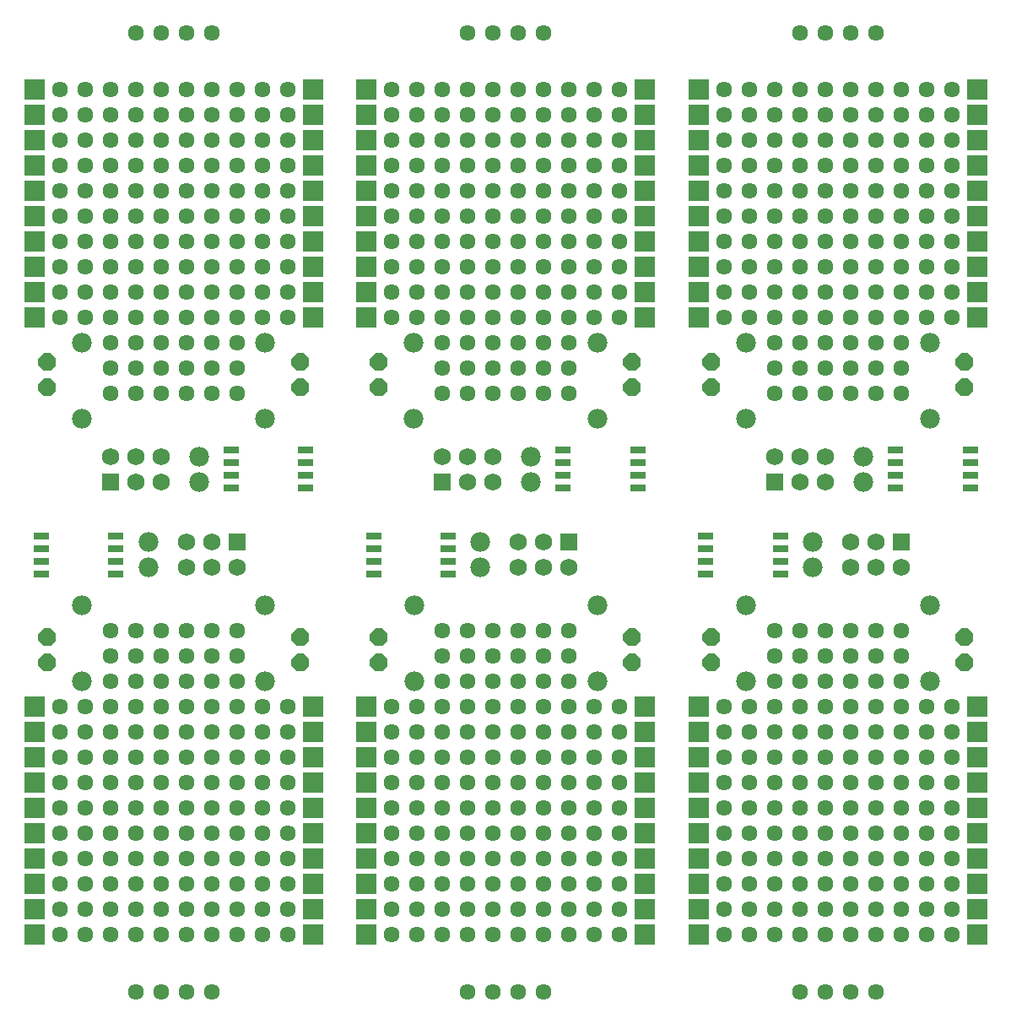
<source format=gbr>
G04 EAGLE Gerber RS-274X export*
G75*
%MOMM*%
%FSLAX34Y34*%
%LPD*%
%AMOC8*
5,1,8,0,0,1.08239X$1,22.5*%
G01*
%ADD10R,1.601600X0.701600*%
%ADD11C,1.981200*%
%ADD12R,2.032000X2.032000*%
%ADD13R,1.751600X1.751600*%
%ADD14C,1.751600*%
%ADD15P,1.924489X8X112.500000*%
%ADD16C,1.609600*%
%ADD17P,1.924489X8X292.500000*%


D10*
X632650Y524131D03*
X632650Y536831D03*
X632650Y549531D03*
X632650Y562231D03*
X557650Y562231D03*
X557650Y549531D03*
X557650Y536831D03*
X557650Y524131D03*
D11*
X591975Y593600D03*
X591975Y669800D03*
X407825Y593600D03*
X407825Y669800D03*
D12*
X360200Y695200D03*
X360200Y720600D03*
X360200Y746000D03*
X360200Y771400D03*
X360200Y796800D03*
X360200Y822200D03*
X360200Y847600D03*
X360200Y873000D03*
X360200Y898400D03*
X360200Y923800D03*
X639600Y695200D03*
X639600Y720600D03*
X639600Y746000D03*
X639600Y771400D03*
X639600Y796800D03*
X639600Y822200D03*
X639600Y847600D03*
X639600Y873000D03*
X639600Y898400D03*
X639600Y923800D03*
D13*
X436400Y530100D03*
D14*
X461800Y530100D03*
X487200Y530100D03*
X436400Y555500D03*
X461800Y555500D03*
X487200Y555500D03*
D15*
X626900Y625350D03*
X626900Y650750D03*
X372900Y625350D03*
X372900Y650750D03*
D16*
X614200Y771400D03*
X614200Y796800D03*
X614200Y822200D03*
X614200Y847600D03*
X614200Y873000D03*
X614200Y898400D03*
X614200Y923800D03*
X588800Y847600D03*
X588800Y771400D03*
X588800Y873000D03*
X588800Y796800D03*
X588800Y898400D03*
X588800Y822200D03*
X588800Y923800D03*
X563400Y771400D03*
X538000Y771400D03*
X563400Y898400D03*
X563400Y796800D03*
X538000Y796800D03*
X563400Y923800D03*
X563400Y822200D03*
X538000Y822200D03*
X538000Y898400D03*
X563400Y847600D03*
X538000Y847600D03*
X538000Y923800D03*
X563400Y873000D03*
X538000Y873000D03*
X512600Y771400D03*
X487200Y771400D03*
X461800Y771400D03*
X436400Y771400D03*
X512600Y796800D03*
X487200Y796800D03*
X461800Y796800D03*
X436400Y796800D03*
X512600Y822200D03*
X487200Y822200D03*
X461800Y822200D03*
X436400Y822200D03*
X512600Y847600D03*
X487200Y847600D03*
X461800Y847600D03*
X436400Y847600D03*
X512600Y873000D03*
X487200Y873000D03*
X461800Y873000D03*
X436400Y873000D03*
X512600Y898400D03*
X487200Y898400D03*
X461800Y898400D03*
X436400Y898400D03*
X512600Y923800D03*
X487200Y923800D03*
X461800Y923800D03*
X436400Y923800D03*
X411000Y771400D03*
X385600Y771400D03*
X411000Y898400D03*
X411000Y796800D03*
X385600Y796800D03*
X411000Y923800D03*
X411000Y822200D03*
X385600Y822200D03*
X385600Y898400D03*
X411000Y847600D03*
X385600Y847600D03*
X385600Y923800D03*
X411000Y873000D03*
X385600Y873000D03*
X538000Y980950D03*
X461800Y980950D03*
X487200Y980950D03*
X512600Y980950D03*
X436400Y619000D03*
X436400Y644400D03*
X436400Y669800D03*
X461800Y619000D03*
X461800Y644400D03*
X461800Y669800D03*
X487200Y619000D03*
X487200Y669800D03*
X487200Y644400D03*
X512600Y619000D03*
X512600Y669800D03*
X512600Y644400D03*
X538000Y644400D03*
X538000Y619000D03*
X538000Y669800D03*
X563400Y644400D03*
X563400Y619000D03*
X563400Y669800D03*
X614200Y746000D03*
X614200Y720600D03*
X614200Y695200D03*
X436400Y695200D03*
X588800Y746000D03*
X588800Y720600D03*
X588800Y695200D03*
X411000Y695200D03*
X563400Y746000D03*
X563400Y720600D03*
X563400Y695200D03*
X385600Y695200D03*
X538000Y746000D03*
X538000Y720600D03*
X538000Y695200D03*
X411000Y720600D03*
X512600Y746000D03*
X512600Y720600D03*
X512600Y695200D03*
X385600Y720600D03*
X487200Y746000D03*
X487200Y720600D03*
X487200Y695200D03*
X411000Y746000D03*
X461800Y746000D03*
X461800Y720600D03*
X461800Y695200D03*
X385600Y746000D03*
X436400Y746000D03*
X436400Y720600D03*
D11*
X525300Y555500D03*
X525300Y530100D03*
D10*
X367250Y475869D03*
X367250Y463169D03*
X367250Y450469D03*
X367250Y437769D03*
X442250Y437769D03*
X442250Y450469D03*
X442250Y463169D03*
X442250Y475869D03*
D11*
X407925Y406400D03*
X407925Y330200D03*
X592075Y406400D03*
X592075Y330200D03*
D12*
X639700Y304800D03*
X639700Y279400D03*
X639700Y254000D03*
X639700Y228600D03*
X639700Y203200D03*
X639700Y177800D03*
X639700Y152400D03*
X639700Y127000D03*
X639700Y101600D03*
X639700Y76200D03*
X360300Y304800D03*
X360300Y279400D03*
X360300Y254000D03*
X360300Y228600D03*
X360300Y203200D03*
X360300Y177800D03*
X360300Y152400D03*
X360300Y127000D03*
X360300Y101600D03*
X360300Y76200D03*
D13*
X563500Y469900D03*
D14*
X538100Y469900D03*
X512700Y469900D03*
X563500Y444500D03*
X538100Y444500D03*
X512700Y444500D03*
D17*
X373000Y374650D03*
X373000Y349250D03*
X627000Y374650D03*
X627000Y349250D03*
D16*
X385700Y228600D03*
X385700Y203200D03*
X385700Y177800D03*
X385700Y152400D03*
X385700Y127000D03*
X385700Y101600D03*
X385700Y76200D03*
X411100Y152400D03*
X411100Y228600D03*
X411100Y127000D03*
X411100Y203200D03*
X411100Y101600D03*
X411100Y177800D03*
X411100Y76200D03*
X436500Y228600D03*
X461900Y228600D03*
X436500Y101600D03*
X436500Y203200D03*
X461900Y203200D03*
X436500Y76200D03*
X436500Y177800D03*
X461900Y177800D03*
X461900Y101600D03*
X436500Y152400D03*
X461900Y152400D03*
X461900Y76200D03*
X436500Y127000D03*
X461900Y127000D03*
X487300Y228600D03*
X512700Y228600D03*
X538100Y228600D03*
X563500Y228600D03*
X487300Y203200D03*
X512700Y203200D03*
X538100Y203200D03*
X563500Y203200D03*
X487300Y177800D03*
X512700Y177800D03*
X538100Y177800D03*
X563500Y177800D03*
X487300Y152400D03*
X512700Y152400D03*
X538100Y152400D03*
X563500Y152400D03*
X487300Y127000D03*
X512700Y127000D03*
X538100Y127000D03*
X563500Y127000D03*
X487300Y101600D03*
X512700Y101600D03*
X538100Y101600D03*
X563500Y101600D03*
X487300Y76200D03*
X512700Y76200D03*
X538100Y76200D03*
X563500Y76200D03*
X588900Y228600D03*
X614300Y228600D03*
X588900Y101600D03*
X588900Y203200D03*
X614300Y203200D03*
X588900Y76200D03*
X588900Y177800D03*
X614300Y177800D03*
X614300Y101600D03*
X588900Y152400D03*
X614300Y152400D03*
X614300Y76200D03*
X588900Y127000D03*
X614300Y127000D03*
X461900Y19050D03*
X538100Y19050D03*
X512700Y19050D03*
X487300Y19050D03*
X563500Y381000D03*
X563500Y355600D03*
X563500Y330200D03*
X538100Y381000D03*
X538100Y355600D03*
X538100Y330200D03*
X512700Y381000D03*
X512700Y330200D03*
X512700Y355600D03*
X487300Y381000D03*
X487300Y330200D03*
X487300Y355600D03*
X461900Y355600D03*
X461900Y381000D03*
X461900Y330200D03*
X436500Y355600D03*
X436500Y381000D03*
X436500Y330200D03*
X385700Y254000D03*
X385700Y279400D03*
X385700Y304800D03*
X563500Y304800D03*
X411100Y254000D03*
X411100Y279400D03*
X411100Y304800D03*
X588900Y304800D03*
X436500Y254000D03*
X436500Y279400D03*
X436500Y304800D03*
X614300Y304800D03*
X461900Y254000D03*
X461900Y279400D03*
X461900Y304800D03*
X588900Y279400D03*
X487300Y254000D03*
X487300Y279400D03*
X487300Y304800D03*
X614300Y279400D03*
X512700Y254000D03*
X512700Y279400D03*
X512700Y304800D03*
X588900Y254000D03*
X538100Y254000D03*
X538100Y279400D03*
X538100Y304800D03*
X614300Y254000D03*
X563500Y254000D03*
X563500Y279400D03*
D11*
X474600Y444500D03*
X474600Y469900D03*
D10*
X700550Y475869D03*
X700550Y463169D03*
X700550Y450469D03*
X700550Y437769D03*
X775550Y437769D03*
X775550Y450469D03*
X775550Y463169D03*
X775550Y475869D03*
D11*
X741225Y406400D03*
X741225Y330200D03*
X925375Y406400D03*
X925375Y330200D03*
D12*
X973000Y304800D03*
X973000Y279400D03*
X973000Y254000D03*
X973000Y228600D03*
X973000Y203200D03*
X973000Y177800D03*
X973000Y152400D03*
X973000Y127000D03*
X973000Y101600D03*
X973000Y76200D03*
X693600Y304800D03*
X693600Y279400D03*
X693600Y254000D03*
X693600Y228600D03*
X693600Y203200D03*
X693600Y177800D03*
X693600Y152400D03*
X693600Y127000D03*
X693600Y101600D03*
X693600Y76200D03*
D13*
X896800Y469900D03*
D14*
X871400Y469900D03*
X846000Y469900D03*
X896800Y444500D03*
X871400Y444500D03*
X846000Y444500D03*
D17*
X706300Y374650D03*
X706300Y349250D03*
X960300Y374650D03*
X960300Y349250D03*
D16*
X719000Y228600D03*
X719000Y203200D03*
X719000Y177800D03*
X719000Y152400D03*
X719000Y127000D03*
X719000Y101600D03*
X719000Y76200D03*
X744400Y152400D03*
X744400Y228600D03*
X744400Y127000D03*
X744400Y203200D03*
X744400Y101600D03*
X744400Y177800D03*
X744400Y76200D03*
X769800Y228600D03*
X795200Y228600D03*
X769800Y101600D03*
X769800Y203200D03*
X795200Y203200D03*
X769800Y76200D03*
X769800Y177800D03*
X795200Y177800D03*
X795200Y101600D03*
X769800Y152400D03*
X795200Y152400D03*
X795200Y76200D03*
X769800Y127000D03*
X795200Y127000D03*
X820600Y228600D03*
X846000Y228600D03*
X871400Y228600D03*
X896800Y228600D03*
X820600Y203200D03*
X846000Y203200D03*
X871400Y203200D03*
X896800Y203200D03*
X820600Y177800D03*
X846000Y177800D03*
X871400Y177800D03*
X896800Y177800D03*
X820600Y152400D03*
X846000Y152400D03*
X871400Y152400D03*
X896800Y152400D03*
X820600Y127000D03*
X846000Y127000D03*
X871400Y127000D03*
X896800Y127000D03*
X820600Y101600D03*
X846000Y101600D03*
X871400Y101600D03*
X896800Y101600D03*
X820600Y76200D03*
X846000Y76200D03*
X871400Y76200D03*
X896800Y76200D03*
X922200Y228600D03*
X947600Y228600D03*
X922200Y101600D03*
X922200Y203200D03*
X947600Y203200D03*
X922200Y76200D03*
X922200Y177800D03*
X947600Y177800D03*
X947600Y101600D03*
X922200Y152400D03*
X947600Y152400D03*
X947600Y76200D03*
X922200Y127000D03*
X947600Y127000D03*
X795200Y19050D03*
X871400Y19050D03*
X846000Y19050D03*
X820600Y19050D03*
X896800Y381000D03*
X896800Y355600D03*
X896800Y330200D03*
X871400Y381000D03*
X871400Y355600D03*
X871400Y330200D03*
X846000Y381000D03*
X846000Y330200D03*
X846000Y355600D03*
X820600Y381000D03*
X820600Y330200D03*
X820600Y355600D03*
X795200Y355600D03*
X795200Y381000D03*
X795200Y330200D03*
X769800Y355600D03*
X769800Y381000D03*
X769800Y330200D03*
X719000Y254000D03*
X719000Y279400D03*
X719000Y304800D03*
X896800Y304800D03*
X744400Y254000D03*
X744400Y279400D03*
X744400Y304800D03*
X922200Y304800D03*
X769800Y254000D03*
X769800Y279400D03*
X769800Y304800D03*
X947600Y304800D03*
X795200Y254000D03*
X795200Y279400D03*
X795200Y304800D03*
X922200Y279400D03*
X820600Y254000D03*
X820600Y279400D03*
X820600Y304800D03*
X947600Y279400D03*
X846000Y254000D03*
X846000Y279400D03*
X846000Y304800D03*
X922200Y254000D03*
X871400Y254000D03*
X871400Y279400D03*
X871400Y304800D03*
X947600Y254000D03*
X896800Y254000D03*
X896800Y279400D03*
D11*
X807900Y444500D03*
X807900Y469900D03*
D10*
X299350Y524131D03*
X299350Y536831D03*
X299350Y549531D03*
X299350Y562231D03*
X224350Y562231D03*
X224350Y549531D03*
X224350Y536831D03*
X224350Y524131D03*
D11*
X258675Y593600D03*
X258675Y669800D03*
X74525Y593600D03*
X74525Y669800D03*
D12*
X26900Y695200D03*
X26900Y720600D03*
X26900Y746000D03*
X26900Y771400D03*
X26900Y796800D03*
X26900Y822200D03*
X26900Y847600D03*
X26900Y873000D03*
X26900Y898400D03*
X26900Y923800D03*
X306300Y695200D03*
X306300Y720600D03*
X306300Y746000D03*
X306300Y771400D03*
X306300Y796800D03*
X306300Y822200D03*
X306300Y847600D03*
X306300Y873000D03*
X306300Y898400D03*
X306300Y923800D03*
D13*
X103100Y530100D03*
D14*
X128500Y530100D03*
X153900Y530100D03*
X103100Y555500D03*
X128500Y555500D03*
X153900Y555500D03*
D15*
X293600Y625350D03*
X293600Y650750D03*
X39600Y625350D03*
X39600Y650750D03*
D16*
X280900Y771400D03*
X280900Y796800D03*
X280900Y822200D03*
X280900Y847600D03*
X280900Y873000D03*
X280900Y898400D03*
X280900Y923800D03*
X255500Y847600D03*
X255500Y771400D03*
X255500Y873000D03*
X255500Y796800D03*
X255500Y898400D03*
X255500Y822200D03*
X255500Y923800D03*
X230100Y771400D03*
X204700Y771400D03*
X230100Y898400D03*
X230100Y796800D03*
X204700Y796800D03*
X230100Y923800D03*
X230100Y822200D03*
X204700Y822200D03*
X204700Y898400D03*
X230100Y847600D03*
X204700Y847600D03*
X204700Y923800D03*
X230100Y873000D03*
X204700Y873000D03*
X179300Y771400D03*
X153900Y771400D03*
X128500Y771400D03*
X103100Y771400D03*
X179300Y796800D03*
X153900Y796800D03*
X128500Y796800D03*
X103100Y796800D03*
X179300Y822200D03*
X153900Y822200D03*
X128500Y822200D03*
X103100Y822200D03*
X179300Y847600D03*
X153900Y847600D03*
X128500Y847600D03*
X103100Y847600D03*
X179300Y873000D03*
X153900Y873000D03*
X128500Y873000D03*
X103100Y873000D03*
X179300Y898400D03*
X153900Y898400D03*
X128500Y898400D03*
X103100Y898400D03*
X179300Y923800D03*
X153900Y923800D03*
X128500Y923800D03*
X103100Y923800D03*
X77700Y771400D03*
X52300Y771400D03*
X77700Y898400D03*
X77700Y796800D03*
X52300Y796800D03*
X77700Y923800D03*
X77700Y822200D03*
X52300Y822200D03*
X52300Y898400D03*
X77700Y847600D03*
X52300Y847600D03*
X52300Y923800D03*
X77700Y873000D03*
X52300Y873000D03*
X204700Y980950D03*
X128500Y980950D03*
X153900Y980950D03*
X179300Y980950D03*
X103100Y619000D03*
X103100Y644400D03*
X103100Y669800D03*
X128500Y619000D03*
X128500Y644400D03*
X128500Y669800D03*
X153900Y619000D03*
X153900Y669800D03*
X153900Y644400D03*
X179300Y619000D03*
X179300Y669800D03*
X179300Y644400D03*
X204700Y644400D03*
X204700Y619000D03*
X204700Y669800D03*
X230100Y644400D03*
X230100Y619000D03*
X230100Y669800D03*
X280900Y746000D03*
X280900Y720600D03*
X280900Y695200D03*
X103100Y695200D03*
X255500Y746000D03*
X255500Y720600D03*
X255500Y695200D03*
X77700Y695200D03*
X230100Y746000D03*
X230100Y720600D03*
X230100Y695200D03*
X52300Y695200D03*
X204700Y746000D03*
X204700Y720600D03*
X204700Y695200D03*
X77700Y720600D03*
X179300Y746000D03*
X179300Y720600D03*
X179300Y695200D03*
X52300Y720600D03*
X153900Y746000D03*
X153900Y720600D03*
X153900Y695200D03*
X77700Y746000D03*
X128500Y746000D03*
X128500Y720600D03*
X128500Y695200D03*
X52300Y746000D03*
X103100Y746000D03*
X103100Y720600D03*
D11*
X192000Y555500D03*
X192000Y530100D03*
D10*
X965950Y524131D03*
X965950Y536831D03*
X965950Y549531D03*
X965950Y562231D03*
X890950Y562231D03*
X890950Y549531D03*
X890950Y536831D03*
X890950Y524131D03*
D11*
X925275Y593600D03*
X925275Y669800D03*
X741125Y593600D03*
X741125Y669800D03*
D12*
X693500Y695200D03*
X693500Y720600D03*
X693500Y746000D03*
X693500Y771400D03*
X693500Y796800D03*
X693500Y822200D03*
X693500Y847600D03*
X693500Y873000D03*
X693500Y898400D03*
X693500Y923800D03*
X972900Y695200D03*
X972900Y720600D03*
X972900Y746000D03*
X972900Y771400D03*
X972900Y796800D03*
X972900Y822200D03*
X972900Y847600D03*
X972900Y873000D03*
X972900Y898400D03*
X972900Y923800D03*
D13*
X769700Y530100D03*
D14*
X795100Y530100D03*
X820500Y530100D03*
X769700Y555500D03*
X795100Y555500D03*
X820500Y555500D03*
D15*
X960200Y625350D03*
X960200Y650750D03*
X706200Y625350D03*
X706200Y650750D03*
D16*
X947500Y771400D03*
X947500Y796800D03*
X947500Y822200D03*
X947500Y847600D03*
X947500Y873000D03*
X947500Y898400D03*
X947500Y923800D03*
X922100Y847600D03*
X922100Y771400D03*
X922100Y873000D03*
X922100Y796800D03*
X922100Y898400D03*
X922100Y822200D03*
X922100Y923800D03*
X896700Y771400D03*
X871300Y771400D03*
X896700Y898400D03*
X896700Y796800D03*
X871300Y796800D03*
X896700Y923800D03*
X896700Y822200D03*
X871300Y822200D03*
X871300Y898400D03*
X896700Y847600D03*
X871300Y847600D03*
X871300Y923800D03*
X896700Y873000D03*
X871300Y873000D03*
X845900Y771400D03*
X820500Y771400D03*
X795100Y771400D03*
X769700Y771400D03*
X845900Y796800D03*
X820500Y796800D03*
X795100Y796800D03*
X769700Y796800D03*
X845900Y822200D03*
X820500Y822200D03*
X795100Y822200D03*
X769700Y822200D03*
X845900Y847600D03*
X820500Y847600D03*
X795100Y847600D03*
X769700Y847600D03*
X845900Y873000D03*
X820500Y873000D03*
X795100Y873000D03*
X769700Y873000D03*
X845900Y898400D03*
X820500Y898400D03*
X795100Y898400D03*
X769700Y898400D03*
X845900Y923800D03*
X820500Y923800D03*
X795100Y923800D03*
X769700Y923800D03*
X744300Y771400D03*
X718900Y771400D03*
X744300Y898400D03*
X744300Y796800D03*
X718900Y796800D03*
X744300Y923800D03*
X744300Y822200D03*
X718900Y822200D03*
X718900Y898400D03*
X744300Y847600D03*
X718900Y847600D03*
X718900Y923800D03*
X744300Y873000D03*
X718900Y873000D03*
X871300Y980950D03*
X795100Y980950D03*
X820500Y980950D03*
X845900Y980950D03*
X769700Y619000D03*
X769700Y644400D03*
X769700Y669800D03*
X795100Y619000D03*
X795100Y644400D03*
X795100Y669800D03*
X820500Y619000D03*
X820500Y669800D03*
X820500Y644400D03*
X845900Y619000D03*
X845900Y669800D03*
X845900Y644400D03*
X871300Y644400D03*
X871300Y619000D03*
X871300Y669800D03*
X896700Y644400D03*
X896700Y619000D03*
X896700Y669800D03*
X947500Y746000D03*
X947500Y720600D03*
X947500Y695200D03*
X769700Y695200D03*
X922100Y746000D03*
X922100Y720600D03*
X922100Y695200D03*
X744300Y695200D03*
X896700Y746000D03*
X896700Y720600D03*
X896700Y695200D03*
X718900Y695200D03*
X871300Y746000D03*
X871300Y720600D03*
X871300Y695200D03*
X744300Y720600D03*
X845900Y746000D03*
X845900Y720600D03*
X845900Y695200D03*
X718900Y720600D03*
X820500Y746000D03*
X820500Y720600D03*
X820500Y695200D03*
X744300Y746000D03*
X795100Y746000D03*
X795100Y720600D03*
X795100Y695200D03*
X718900Y746000D03*
X769700Y746000D03*
X769700Y720600D03*
D11*
X858600Y555500D03*
X858600Y530100D03*
D10*
X33950Y475869D03*
X33950Y463169D03*
X33950Y450469D03*
X33950Y437769D03*
X108950Y437769D03*
X108950Y450469D03*
X108950Y463169D03*
X108950Y475869D03*
D11*
X74625Y406400D03*
X74625Y330200D03*
X258775Y406400D03*
X258775Y330200D03*
D12*
X306400Y304800D03*
X306400Y279400D03*
X306400Y254000D03*
X306400Y228600D03*
X306400Y203200D03*
X306400Y177800D03*
X306400Y152400D03*
X306400Y127000D03*
X306400Y101600D03*
X306400Y76200D03*
X27000Y304800D03*
X27000Y279400D03*
X27000Y254000D03*
X27000Y228600D03*
X27000Y203200D03*
X27000Y177800D03*
X27000Y152400D03*
X27000Y127000D03*
X27000Y101600D03*
X27000Y76200D03*
D13*
X230200Y469900D03*
D14*
X204800Y469900D03*
X179400Y469900D03*
X230200Y444500D03*
X204800Y444500D03*
X179400Y444500D03*
D17*
X39700Y374650D03*
X39700Y349250D03*
X293700Y374650D03*
X293700Y349250D03*
D16*
X52400Y228600D03*
X52400Y203200D03*
X52400Y177800D03*
X52400Y152400D03*
X52400Y127000D03*
X52400Y101600D03*
X52400Y76200D03*
X77800Y152400D03*
X77800Y228600D03*
X77800Y127000D03*
X77800Y203200D03*
X77800Y101600D03*
X77800Y177800D03*
X77800Y76200D03*
X103200Y228600D03*
X128600Y228600D03*
X103200Y101600D03*
X103200Y203200D03*
X128600Y203200D03*
X103200Y76200D03*
X103200Y177800D03*
X128600Y177800D03*
X128600Y101600D03*
X103200Y152400D03*
X128600Y152400D03*
X128600Y76200D03*
X103200Y127000D03*
X128600Y127000D03*
X154000Y228600D03*
X179400Y228600D03*
X204800Y228600D03*
X230200Y228600D03*
X154000Y203200D03*
X179400Y203200D03*
X204800Y203200D03*
X230200Y203200D03*
X154000Y177800D03*
X179400Y177800D03*
X204800Y177800D03*
X230200Y177800D03*
X154000Y152400D03*
X179400Y152400D03*
X204800Y152400D03*
X230200Y152400D03*
X154000Y127000D03*
X179400Y127000D03*
X204800Y127000D03*
X230200Y127000D03*
X154000Y101600D03*
X179400Y101600D03*
X204800Y101600D03*
X230200Y101600D03*
X154000Y76200D03*
X179400Y76200D03*
X204800Y76200D03*
X230200Y76200D03*
X255600Y228600D03*
X281000Y228600D03*
X255600Y101600D03*
X255600Y203200D03*
X281000Y203200D03*
X255600Y76200D03*
X255600Y177800D03*
X281000Y177800D03*
X281000Y101600D03*
X255600Y152400D03*
X281000Y152400D03*
X281000Y76200D03*
X255600Y127000D03*
X281000Y127000D03*
X128600Y19050D03*
X204800Y19050D03*
X179400Y19050D03*
X154000Y19050D03*
X230200Y381000D03*
X230200Y355600D03*
X230200Y330200D03*
X204800Y381000D03*
X204800Y355600D03*
X204800Y330200D03*
X179400Y381000D03*
X179400Y330200D03*
X179400Y355600D03*
X154000Y381000D03*
X154000Y330200D03*
X154000Y355600D03*
X128600Y355600D03*
X128600Y381000D03*
X128600Y330200D03*
X103200Y355600D03*
X103200Y381000D03*
X103200Y330200D03*
X52400Y254000D03*
X52400Y279400D03*
X52400Y304800D03*
X230200Y304800D03*
X77800Y254000D03*
X77800Y279400D03*
X77800Y304800D03*
X255600Y304800D03*
X103200Y254000D03*
X103200Y279400D03*
X103200Y304800D03*
X281000Y304800D03*
X128600Y254000D03*
X128600Y279400D03*
X128600Y304800D03*
X255600Y279400D03*
X154000Y254000D03*
X154000Y279400D03*
X154000Y304800D03*
X281000Y279400D03*
X179400Y254000D03*
X179400Y279400D03*
X179400Y304800D03*
X255600Y254000D03*
X204800Y254000D03*
X204800Y279400D03*
X204800Y304800D03*
X281000Y254000D03*
X230200Y254000D03*
X230200Y279400D03*
D11*
X141300Y444500D03*
X141300Y469900D03*
M02*

</source>
